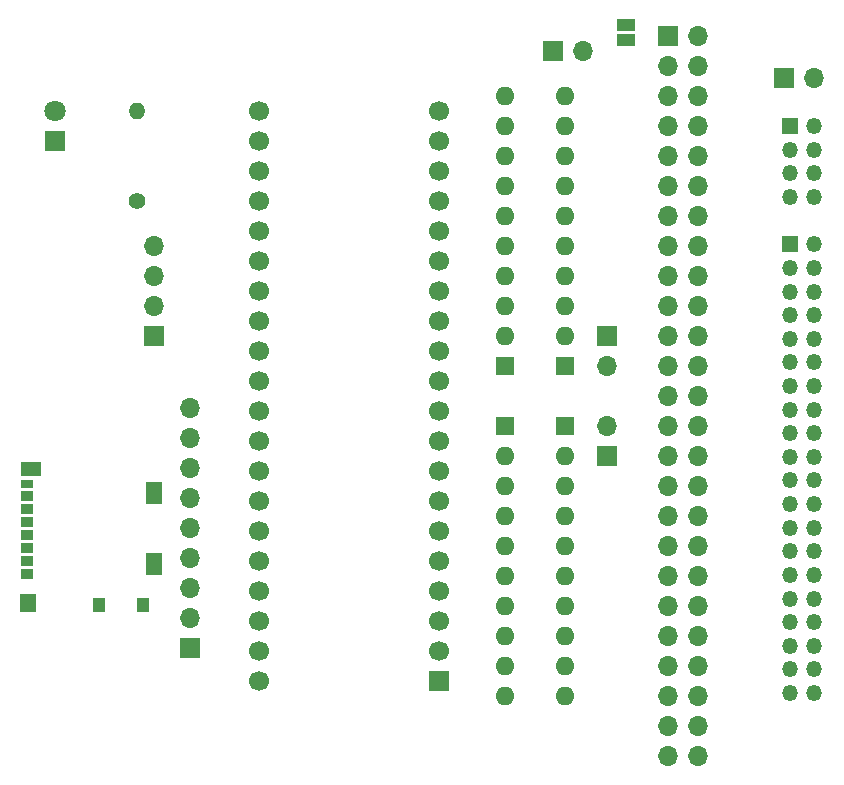
<source format=gbr>
%TF.GenerationSoftware,KiCad,Pcbnew,(5.1.8-0-10_14)*%
%TF.CreationDate,2021-04-04T23:03:52-06:00*%
%TF.ProjectId,bluescsi_powerbook,626c7565-7363-4736-995f-706f77657262,rev?*%
%TF.SameCoordinates,Original*%
%TF.FileFunction,Soldermask,Top*%
%TF.FilePolarity,Negative*%
%FSLAX46Y46*%
G04 Gerber Fmt 4.6, Leading zero omitted, Abs format (unit mm)*
G04 Created by KiCad (PCBNEW (5.1.8-0-10_14)) date 2021-04-04 23:03:52*
%MOMM*%
%LPD*%
G01*
G04 APERTURE LIST*
%ADD10O,1.400000X1.400000*%
%ADD11C,1.400000*%
%ADD12C,1.800000*%
%ADD13R,1.800000X1.800000*%
%ADD14O,1.700000X1.700000*%
%ADD15R,1.700000X1.700000*%
%ADD16R,1.500000X1.000000*%
%ADD17O,1.600000X1.600000*%
%ADD18R,1.600000X1.600000*%
%ADD19R,1.350000X1.900000*%
%ADD20R,1.000000X1.200000*%
%ADD21R,1.350000X1.550000*%
%ADD22R,1.800000X1.170000*%
%ADD23R,1.100000X0.850000*%
%ADD24R,1.100000X0.750000*%
%ADD25O,1.350000X1.350000*%
%ADD26R,1.350000X1.350000*%
%ADD27C,1.700000*%
G04 APERTURE END LIST*
D10*
%TO.C,R1*%
X106045000Y-78740000D03*
D11*
X106045000Y-86360000D03*
%TD*%
D12*
%TO.C,D1*%
X99060000Y-78740000D03*
D13*
X99060000Y-81280000D03*
%TD*%
D14*
%TO.C,J10*%
X163322000Y-75946000D03*
D15*
X160782000Y-75946000D03*
%TD*%
D16*
%TO.C,JP1*%
X147383500Y-72722500D03*
X147383500Y-71422500D03*
%TD*%
D17*
%TO.C,RN2*%
X137160000Y-128270000D03*
X137160000Y-125730000D03*
X137160000Y-123190000D03*
X137160000Y-120650000D03*
X137160000Y-118110000D03*
X137160000Y-115570000D03*
X137160000Y-113030000D03*
X137160000Y-110490000D03*
X137160000Y-107950000D03*
D18*
X137160000Y-105410000D03*
%TD*%
D19*
%TO.C,J3*%
X107483000Y-111078000D03*
X107483000Y-117048000D03*
D20*
X102808000Y-120548000D03*
X106508000Y-120548000D03*
D21*
X96783000Y-120373000D03*
D22*
X97008000Y-109053000D03*
D23*
X96658000Y-111313000D03*
X96658000Y-112413000D03*
X96658000Y-113513000D03*
X96658000Y-114613000D03*
X96658000Y-115713000D03*
X96658000Y-116813000D03*
D24*
X96658000Y-110263000D03*
D23*
X96658000Y-117913000D03*
%TD*%
D14*
%TO.C,J9*%
X143764000Y-73660000D03*
D15*
X141224000Y-73660000D03*
%TD*%
D14*
%TO.C,J8*%
X153540000Y-133350000D03*
X151000000Y-133350000D03*
X153540000Y-130810000D03*
X151000000Y-130810000D03*
X153540000Y-128270000D03*
X151000000Y-128270000D03*
X153540000Y-125730000D03*
X151000000Y-125730000D03*
X153540000Y-123190000D03*
X151000000Y-123190000D03*
X153540000Y-120650000D03*
X151000000Y-120650000D03*
X153540000Y-118110000D03*
X151000000Y-118110000D03*
X153540000Y-115570000D03*
X151000000Y-115570000D03*
X153540000Y-113030000D03*
X151000000Y-113030000D03*
X153540000Y-110490000D03*
X151000000Y-110490000D03*
X153540000Y-107950000D03*
X151000000Y-107950000D03*
X153540000Y-105410000D03*
X151000000Y-105410000D03*
X153540000Y-102870000D03*
X151000000Y-102870000D03*
X153540000Y-100330000D03*
X151000000Y-100330000D03*
X153540000Y-97790000D03*
X151000000Y-97790000D03*
X153540000Y-95250000D03*
X151000000Y-95250000D03*
X153540000Y-92710000D03*
X151000000Y-92710000D03*
X153540000Y-90170000D03*
X151000000Y-90170000D03*
X153540000Y-87630000D03*
X151000000Y-87630000D03*
X153540000Y-85090000D03*
X151000000Y-85090000D03*
X153540000Y-82550000D03*
X151000000Y-82550000D03*
X153540000Y-80010000D03*
X151000000Y-80010000D03*
X153540000Y-77470000D03*
X151000000Y-77470000D03*
X153540000Y-74930000D03*
X151000000Y-74930000D03*
X153540000Y-72390000D03*
D15*
X151000000Y-72390000D03*
%TD*%
D25*
%TO.C,J2*%
X163290000Y-86000000D03*
X161290000Y-86000000D03*
X163290000Y-84000000D03*
X161290000Y-84000000D03*
X163290000Y-82000000D03*
X161290000Y-82000000D03*
X163290000Y-80000000D03*
D26*
X161290000Y-80000000D03*
%TD*%
D14*
%TO.C,J6*%
X107442000Y-90170000D03*
X107442000Y-92710000D03*
X107442000Y-95250000D03*
D15*
X107442000Y-97790000D03*
%TD*%
D14*
%TO.C,J5*%
X145796000Y-105410000D03*
D15*
X145796000Y-107950000D03*
%TD*%
D14*
%TO.C,J4*%
X145796000Y-100330000D03*
D15*
X145796000Y-97790000D03*
%TD*%
D17*
%TO.C,RN4*%
X142240000Y-128270000D03*
X142240000Y-125730000D03*
X142240000Y-123190000D03*
X142240000Y-120650000D03*
X142240000Y-118110000D03*
X142240000Y-115570000D03*
X142240000Y-113030000D03*
X142240000Y-110490000D03*
X142240000Y-107950000D03*
D18*
X142240000Y-105410000D03*
%TD*%
D17*
%TO.C,RN3*%
X142240000Y-77470000D03*
X142240000Y-80010000D03*
X142240000Y-82550000D03*
X142240000Y-85090000D03*
X142240000Y-87630000D03*
X142240000Y-90170000D03*
X142240000Y-92710000D03*
X142240000Y-95250000D03*
X142240000Y-97790000D03*
D18*
X142240000Y-100330000D03*
%TD*%
D17*
%TO.C,RN1*%
X137160000Y-77470000D03*
X137160000Y-80010000D03*
X137160000Y-82550000D03*
X137160000Y-85090000D03*
X137160000Y-87630000D03*
X137160000Y-90170000D03*
X137160000Y-92710000D03*
X137160000Y-95250000D03*
X137160000Y-97790000D03*
D18*
X137160000Y-100330000D03*
%TD*%
D14*
%TO.C,J7*%
X110490000Y-103886000D03*
X110490000Y-106426000D03*
X110490000Y-108966000D03*
X110490000Y-111506000D03*
X110490000Y-114046000D03*
X110490000Y-116586000D03*
X110490000Y-119126000D03*
X110490000Y-121666000D03*
D15*
X110490000Y-124206000D03*
%TD*%
D25*
%TO.C,J1*%
X163290000Y-128000000D03*
X161290000Y-128000000D03*
X163290000Y-126000000D03*
X161290000Y-126000000D03*
X163290000Y-124000000D03*
X161290000Y-124000000D03*
X163290000Y-122000000D03*
X161290000Y-122000000D03*
X163290000Y-120000000D03*
X161290000Y-120000000D03*
X163290000Y-118000000D03*
X161290000Y-118000000D03*
X163290000Y-116000000D03*
X161290000Y-116000000D03*
X163290000Y-114000000D03*
X161290000Y-114000000D03*
X163290000Y-112000000D03*
X161290000Y-112000000D03*
X163290000Y-110000000D03*
X161290000Y-110000000D03*
X163290000Y-108000000D03*
X161290000Y-108000000D03*
X163290000Y-106000000D03*
X161290000Y-106000000D03*
X163290000Y-104000000D03*
X161290000Y-104000000D03*
X163290000Y-102000000D03*
X161290000Y-102000000D03*
X163290000Y-100000000D03*
X161290000Y-100000000D03*
X163290000Y-98000000D03*
X161290000Y-98000000D03*
X163290000Y-96000000D03*
X161290000Y-96000000D03*
X163290000Y-94000000D03*
X161290000Y-94000000D03*
X163290000Y-92000000D03*
X161290000Y-92000000D03*
X163290000Y-90000000D03*
D26*
X161290000Y-90000000D03*
%TD*%
D27*
%TO.C,U1*%
X116332000Y-127000000D03*
D15*
X131572000Y-127000000D03*
D27*
X116332000Y-124460000D03*
X131572000Y-124460000D03*
X116332000Y-121920000D03*
X131572000Y-121920000D03*
X116332000Y-119380000D03*
X131572000Y-119380000D03*
X116332000Y-116840000D03*
X131572000Y-116840000D03*
X116332000Y-114300000D03*
X131572000Y-114300000D03*
X116332000Y-111760000D03*
X131572000Y-111760000D03*
X116332000Y-109220000D03*
X131572000Y-109220000D03*
X116332000Y-106680000D03*
X131572000Y-106680000D03*
X116332000Y-104140000D03*
X131572000Y-104140000D03*
X116332000Y-101600000D03*
X131572000Y-101600000D03*
X116332000Y-99060000D03*
X131572000Y-99060000D03*
X116332000Y-96520000D03*
X131572000Y-96520000D03*
X116332000Y-93980000D03*
X131572000Y-93980000D03*
X116332000Y-91440000D03*
X131572000Y-91440000D03*
X116332000Y-88900000D03*
X131572000Y-88900000D03*
X116332000Y-86360000D03*
X131572000Y-86360000D03*
X116332000Y-83820000D03*
X131572000Y-83820000D03*
X116332000Y-81280000D03*
X131572000Y-81280000D03*
X116332000Y-78740000D03*
X131572000Y-78740000D03*
%TD*%
M02*

</source>
